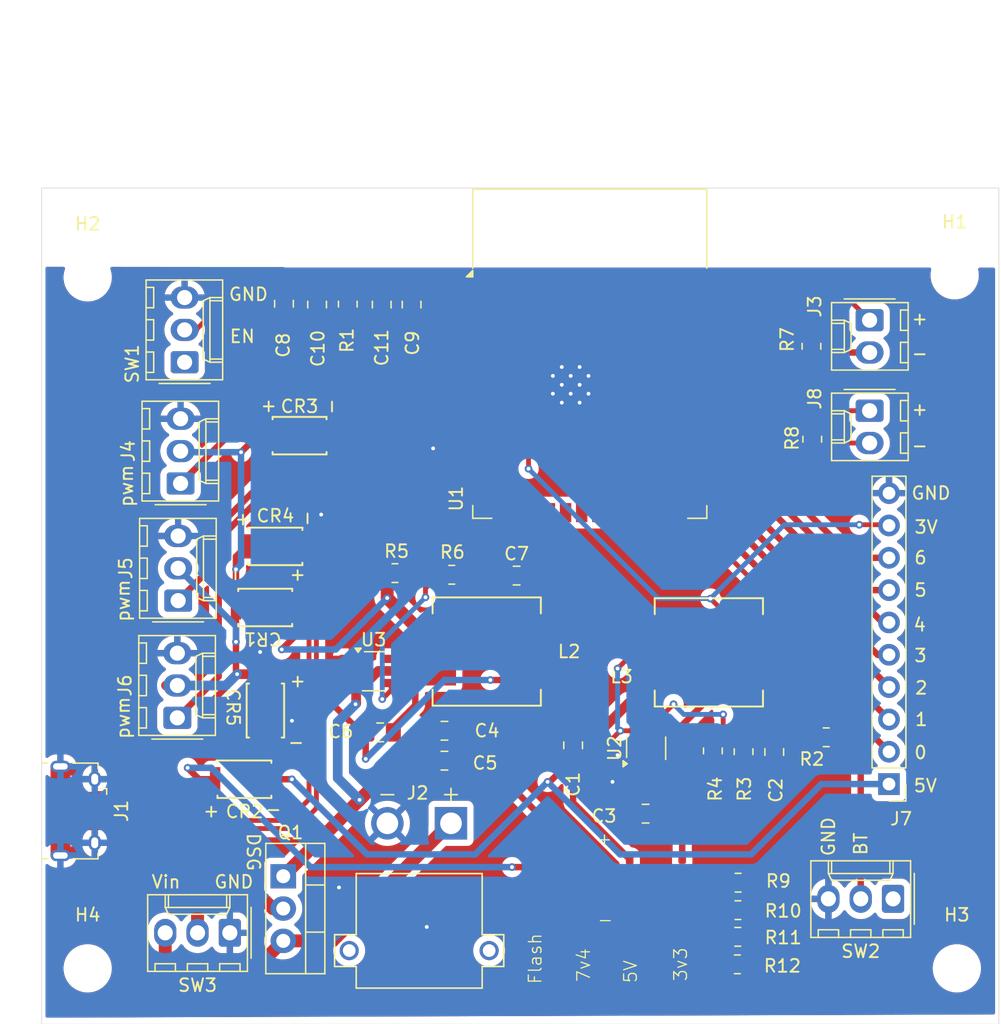
<source format=kicad_pcb>
(kicad_pcb (version 20240108) (generator "pcbnew") (generator_version "8.0")
  (layers (0 "F.Cu" signal) (31 "B.Cu" signal) (34 "B.Paste" user) (35 "F.Paste" user) (36 "B.SilkS" user "B.Silkscreen") (37 "F.SilkS" user "F.Silkscreen") (38 "B.Mask" user) (39 "F.Mask" user) (44 "Edge.Cuts" user))
  (net 0 "")
  (net 1 "+3.3V")
  (net 2 "Net-(3v3LED1-K)")
  (net 3 "+5V")
  (net 4 "Net-(5VLED1-K)")
  (net 5 "+7.5V")
  (net 6 "Net-(7V4LED1-K)")
  (net 7 "GND")
  (net 8 "Net-(U2-SW)")
  (net 9 "Net-(U2-VBST)")
  (net 10 "Net-(U3-VBST)")
  (net 11 "Net-(U3-SW)")
  (net 12 "/5VBuckOut")
  (net 13 "/EN")
  (net 14 "/USB_VDD")
  (net 15 "Net-(FlashLED1-K)")
  (net 16 "/D+")
  (net 17 "/D-")
  (net 18 "/Vin")
  (net 19 "/LED1")
  (net 20 "Net-(J3-Pin_2)")
  (net 21 "/pwm1")
  (net 22 "/pwm2")
  (net 23 "/pwm3")
  (net 24 "/IO0")
  (net 25 "/IO3")
  (net 26 "/IO2")
  (net 27 "/IO6")
  (net 28 "/IO4")
  (net 29 "/IO5")
  (net 30 "/IO1")
  (net 31 "/LED2")
  (net 32 "Net-(J8-Pin_2)")
  (net 33 "Net-(Q1-G)")
  (net 34 "Net-(SW2-B)")
  (net 35 "/Boot")
  (net 36 "Net-(U2-VFB)")
  (net 37 "Net-(U3-VFB)")
  (footprint "Resistor_SMD:R_0805_2012Metric_Pad1.20x1.40mm_HandSolder" (layer "F.Cu") (at 122.4915 32.2625 -90)
    (property "Reference" "R1")
    (property "Value" "10k")
  )
  (footprint "Resistor_SMD:R_0805_2012Metric_Pad1.20x1.40mm_HandSolder" (layer "F.Cu") (at 159.004 42.8785 -90)
    (property "Reference" "R8")
    (property "Value" "100")
  )
  (footprint "LED_SMD:Gullwing_LED" (layer "F.Cu") (at 140.97 77.594 90)
    (property "Reference" "7v4")
    (property "Value" "LED")
  )
  (footprint "Resistor_SMD:R_0805_2012Metric_Pad1.20x1.40mm_HandSolder" (layer "F.Cu") (at 153.162 79.883)
    (property "Reference" "R10")
    (property "Value" "140")
  )
  (footprint "Resistor_SMD:R_0805_2012Metric_Pad1.20x1.40mm_HandSolder" (layer "F.Cu") (at 158.9405 35.576 -90)
    (property "Reference" "R7")
    (property "Value" "100")
  )
  (footprint "Connector_Molex:Molex_KK-254_AE-6410-03A_1x03_P2.54mm_Vertical" (layer "F.Cu") (at 109.6645 36.83 90)
    (property "Reference" "SW1")
    (property "Value" "Enable Switch" (hide yes))
  )
  (footprint "Resistor_SMD:R_0805_2012Metric_Pad1.20x1.40mm_HandSolder" (layer "F.Cu") (at 126.2 53.4)
    (property "Reference" "R5")
    (property "Value" "60k")
  )
  (footprint "MountingHole:MountingHole_3.2mm_M3" (layer "F.Cu") (at 170.2 30)
    (property "Reference" "H1")
    (property "Value" "MountingHole" (hide yes))
  )
  (footprint "Capacitor_SMD:C_0805_2012Metric_Pad1.18x1.45mm_HandSolder" (layer "F.Cu") (at 125.1585 32.3 90)
    (property "Reference" "C11")
    (property "Value" "10uF")
  )
  (footprint "Connector_Molex:Molex_KK-254_AE-6410-02A_1x02_P2.54mm_Vertical" (layer "F.Cu") (at 163.5125 40.64 -90)
    (property "Reference" "J8")
    (property "Value" "LEDIO2" (hide yes))
  )
  (footprint "Capacitor_SMD:C_0805_2012Metric_Pad1.18x1.45mm_HandSolder" (layer "F.Cu") (at 130.09 68.1355)
    (property "Reference" "C5")
    (property "Value" "10uF")
  )
  (footprint "Personal:IND_IHLP-3232DZ_VIS" (layer "F.Cu") (at 133.4135 59.563)
    (property "Reference" "L2")
    (property "Value" "IHLP3232DZER3R3M01")
  )
  (footprint "Package_TO_SOT_SMD:TSOT-23-6_HandSoldering" (layer "F.Cu") (at 145.920501 67.160999 90)
    (property "Reference" "U2")
    (property "Value" "TPS562201DDCR")
  )
  (footprint "Capacitor_SMD:C_0805_2012Metric_Pad1.18x1.45mm_HandSolder" (layer "F.Cu") (at 120.0785 32.3 90)
    (property "Reference" "C10")
    (property "Value" "1uF")
  )
  (footprint "Connector_Molex:Molex_KK-254_AE-6410-03A_1x03_P2.54mm_Vertical" (layer "F.Cu") (at 109.093 64.77 90)
    (property "Reference" "J6")
    (property "Value" "Servo3")
  )
  (footprint "LED_SMD:Gullwing_LED" (layer "F.Cu") (at 148.7805 77.6 90)
    (property "Reference" "3v3")
    (property "Value" "LED")
  )
  (footprint "MountingHole:MountingHole_3.2mm_M3" (layer "F.Cu") (at 102.0445 30.1625)
    (property "Reference" "H2")
    (property "Value" "MountingHole" (hide yes))
  )
  (footprint "Connector_Molex:Molex_KK-254_AE-6410-03A_1x03_P2.54mm_Vertical" (layer "F.Cu") (at 109.347 46.355 90)
    (property "Reference" "J4")
    (property "Value" "Servo1")
  )
  (footprint "Capacitor_SMD:C_0805_2012Metric_Pad1.18x1.45mm_HandSolder" (layer "F.Cu") (at 130.09 65.786)
    (property "Reference" "C4")
    (property "Value" "100nF")
  )
  (footprint "Resistor_SMD:R_0805_2012Metric_Pad1.20x1.40mm_HandSolder" (layer "F.Cu") (at 153.146 81.9785)
    (property "Reference" "R11")
    (property "Value" "260")
  )
  (footprint "Connector_Molex:Molex_KK-254_AE-6410-03A_1x03_P2.54mm_Vertical" (layer "F.Cu") (at 113.2205 81.661 180)
    (property "Reference" "SW3")
    (property "Value" "On/Off")
  )
  (footprint "Personal:SDO_CFP5_SOD128_NEX" (layer "F.Cu") (at 116.8 51.3)
    (property "Reference" "CR4")
    (property "Value" "Flyback2")
  )
  (footprint "Connector_Molex:Molex_KK-254_AE-6410-02A_1x02_P2.54mm_Vertical" (layer "F.Cu") (at 163.5125 33.528 -90)
    (property "Reference" "J3")
    (property "Value" "LEDIO1")
  )
  (footprint "Capacitor_SMD:C_0805_2012Metric_Pad1.18x1.45mm_HandSolder" (layer "F.Cu") (at 145.9 72.3 180)
    (property "Reference" "C3")
    (property "Value" "100nF")
  )
  (footprint "Resistor_SMD:R_0805_2012Metric_Pad1.20x1.40mm_HandSolder" (layer "F.Cu") (at 151.191001 67.367499 -90)
    (property "Reference" "R4")
    (property "Value" "10k")
  )
  (footprint "Connector_PinHeader_2.54mm:PinHeader_1x10_P2.54mm_Vertical" (layer "F.Cu") (at 165.0365 69.977 180)
    (property "Reference" "J7")
    (property "Value" "Extra GPIO")
  )
  (footprint "Package_TO_SOT_SMD:TSOT-23-6_HandSoldering" (layer "F.Cu") (at 124.5235 61.087)
    (property "Reference" "U3")
    (property "Value" "TPS565201DDCR")
  )
  (footprint "Personal:SDO_CFP5_SOD128_NEX" (layer "F.Cu") (at 114.3635 69.596 180)
    (property "Reference" "CR2")
    (property "Value" "PMEG3050EP_115")
  )
  (footprint "LED_SMD:Gullwing_LED" (layer "F.Cu") (at 144.653 77.6575 90)
    (property "Reference" "5V")
    (property "Value" "LED")
  )
  (footprint "Capacitor_SMD:C_0805_2012Metric_Pad1.18x1.45mm_HandSolder" (layer "F.Cu") (at 156.017001 67.456999 -90)
    (property "Reference" "C2")
    (property "Value" "22uF")
  )
  (footprint "Capacitor_SMD:C_0805_2012Metric_Pad1.18x1.45mm_HandSolder" (layer "F.Cu") (at 140.205501 66.928499 90)
    (property "Reference" "C1")
    (property "Value" "10uF")
  )
  (footprint "MountingHole:MountingHole_3.2mm_M3" (layer "F.Cu") (at 170.3705 84.455)
    (property "Reference" "H3")
    (property "Value" "MountingHole" (hide yes))
  )
  (footprint "Personal:IND_IHLP-3232DZ_VIS" (layer "F.Cu") (at 150.876 59.6265 180)
    (property "Reference" "L3")
    (property "Value" "IHLP3232DZER3R3M01")
  )
  (footprint "Connector_Molex:Molex_KK-254_AE-6410-03A_1x03_P2.54mm_Vertical" (layer "F.Cu") (at 109.1565 55.5625 90)
    (property "Reference" "J5")
    (property "Value" "Servo2")
  )
  (footprint "Personal:SDO_CFP5_SOD128_NEX" (layer "F.Cu") (at 118.7 42.6)
    (property "Reference" "CR3")
    (property "Value" "Flyback1")
  )
  (footprint "Package_TO_SOT_THT:TO-220-3_Vertical" (layer "F.Cu") (at 117.419 77.216 -90)
    (property "Reference" "Q1")
    (property "Value" "PMOS")
  )
  (footprint "Resistor_SMD:R_0805_2012Metric_Pad1.20x1.40mm_HandSolder" (layer "F.Cu") (at 130.667 53.5305)
    (property "Reference" "R6")
    (property "Value" "10k")
  )
  (footprint "Resistor_SMD:R_0805_2012Metric_Pad1.20x1.40mm_HandSolder" (layer "F.Cu") (at 153.1145 84.1375)
    (property "Reference" "R12")
    (property "Value" "100")
  )
  (footprint "Capacitor_SMD:C_0805_2012Metric_Pad1.18x1.45mm_HandSolder" (layer "F.Cu") (at 117.475 32.2365 90)
    (property "Reference" "C8")
    (property "Value" "100nF")
  )
  (footprint "Personal:AMASS_XT30PW-M" (layer "F.Cu") (at 128.104 83.058 180)
    (property "Reference" "J2")
    (property "Value" "XT30PW-M")
  )
  (footprint "Personal:SDO_CFP5_SOD128_NEX" (layer "F.Cu") (at 116 56.1)
    (property "Reference" "CR1")
    (property "Value" "PMEG3050EP_115")
  )
  (footprint "MountingHole:MountingHole_3.2mm_M3" (layer "F.Cu") (at 102.0445 84.455)
    (property "Reference" "H4")
    (property "Value" "MountingHole" (hide yes))
  )
  (footprint "Connector_Molex:Molex_KK-254_AE-6410-03A_1x03_P2.54mm_Vertical" (layer "F.Cu") (at 165.354 78.994 180)
    (property "Reference" "SW2")
    (property "Value" "Boot Switch" (hide yes))
  )
  (footprint "Connector_USB:USB_Micro-B_Amphenol_10118194-0001LF_Horizontal" (layer "F.Cu") (at 101.2 72.0885 -90)
    (property "Reference" "J1")
    (property "Value" "MicroUSB")
  )
  (footprint "Resistor_SMD:R_0805_2012Metric_Pad1.20x1.40mm_HandSolder" (layer "F.Cu") (at 153.178 77.724)
    (property "Reference" "R9")
    (property "Value" "60")
  )
  (footprint "Capacitor_SMD:C_0805_2012Metric_Pad1.18x1.45mm_HandSolder" (layer "F.Cu") (at 125.0375 65.913)
    (property "Reference" "C6")
    (property "Value" "100nF")
  )
  (footprint "Capacitor_SMD:C_0805_2012Metric_Pad1.18x1.45mm_HandSolder" (layer "F.Cu") (at 127.508 32.3 90)
    (property "Reference" "C9")
    (property "Value" "100nF")
  )
  (footprint "Personal:SDO_CFP5_SOD128_NEX" (layer "F.Cu") (at 116.0145 64.1985 -90)
    (property "Reference" "CR5")
    (property "Value" "Flyback3")
  )
  (footprint "Resistor_SMD:R_0805_2012Metric_Pad1.20x1.40mm_HandSolder" (layer "F.Cu") (at 160.1 66.3 180)
    (property "Reference" "R2")
    (property "Value" "100k")
  )
  (footprint "RF_Module:ESP32-S3-WROOM-1" (layer "F.Cu") (at 141.5145 36.145)
    (property "Reference" "U1")
    (property "Value" "ESP32-S3-WROOM-1")
  )
  (footprint "Resistor_SMD:R_0805_2012Metric_Pad1.20x1.40mm_HandSolder" (layer "F.Cu") (at 153.604001 67.430999 -90)
    (property "Reference" "R3")
    (property "Value" "33k")
  )
  (footprint "LED_SMD:Gullwing_LED" (layer "F.Cu") (at 137.16 77.5305 90)
    (property "Reference" "Flash")
    (property "Value" "LED")
  )
  (footprint "Capacitor_SMD:C_0805_2012Metric_Pad1.18x1.45mm_HandSolder" (layer "F.Cu") (at 135.7625 53.594)
    (property "Reference" "C7")
    (property "Value" "22uF")
  )
  (gr_rect (start 98.425 23.143) (end 173.6725 88.8365) (stroke (width 0.05)) (fill none) (layer "Edge.Cuts"))
  (gr_text "+" (at 141.986 74.8665 0) (layer "F.SilkS") (effects (font (size 1 1) (thickness 0.1)) (justify left bottom)))
  (gr_text "-" (at 142.0495 81.2165 0) (layer "F.SilkS") (effects (font (size 1 1) (thickness 0.1)) (justify left bottom)))
  (segment (start 136.7 34.9595) (end 136.7 45.2) (width 0.381) (layer "F.Cu") (net 1))
  (segment (start 132.7645 32.155) (end 133.8955 32.155) (width 0.381) (layer "F.Cu") (net 1))
  (segment (start 127.508 33.3375) (end 128.6905 32.155) (width 0.381) (layer "F.Cu") (net 1))
  (segment (start 156.005501 66.430999) (end 156.017001 66.419499) (width 0.762) (layer "F.Cu") (net 1))
  (segment (start 128.6905 32.155) (end 132.7645 32.155) (width 0.381) (layer "F.Cu") (net 1))
  (segment (start 156.017001 66.419499) (end 154.4955 64.897998) (width 0.762) (layer "F.Cu") (net 1))
  (segment (start 154.4955 59.6265) (end 148.7805 65.3415) (width 0.508) (layer "F.Cu") (net 1))
  (segment (start 151 55.4) (end 154.4955 58.8955) (width 0.381) (layer "F.Cu") (net 1))
  (segment (start 164.9795 49.6) (end 165.0365 49.657) (width 0.381) (layer "F.Cu") (net 1))
  (segment (start 154.4955 64.897998) (end 154.4955 59.6265) (width 0.762) (layer "F.Cu") (net 1))
  (segment (start 148.7805 65.3415) (end 148.7805 75.825) (width 0.508) (layer "F.Cu") (net 1))
  (segment (start 153.604001 66.430999) (end 156.005501 66.430999) (width 1.016) (layer "F.Cu") (net 1))
  (segment (start 124.5665 33.3375) (end 122.4915 31.2625) (width 0.381) (layer "F.Cu") (net 1))
  (segment (start 127.508 33.3375) (end 125.1585 33.3375) (width 0.381) (layer "F.Cu") (net 1))
  (segment (start 154.4955 58.8955) (end 154.4955 59.6265) (width 0.381) (layer "F.Cu") (net 1))
  (segment (start 133.8955 32.155) (end 136.7 34.9595) (width 0.381) (layer "F.Cu") (net 1))
  (segment (start 162.7 49.6) (end 164.9795 49.6) (width 0.381) (layer "F.Cu") (net 1))
  (segment (start 125.1585 33.3375) (end 124.5665 33.3375) (width 0.381) (layer "F.Cu") (net 1))
  (via (at 136.7 45.2) (size 0.6) (drill 0.3) (layers "F.Cu" "B.Cu") (net 1))
  (via (at 151 55.4) (size 0.6) (drill 0.3) (layers "F.Cu" "B.Cu") (net 1))
  (via (at 162.7 49.6) (size 0.6) (drill 0.3) (layers "F.Cu" "B.Cu") (net 1))
  (segment (start 146.9 55.4) (end 151 55.4) (width 0.381) (layer "B.Cu") (net 1))
  (segment (start 151 55.4) (end 156.8 49.6) (width 0.381) (layer "B.Cu") (net 1))
  (segment (start 156.8 49.6) (end 162.7 49.6) (width 0.381) (layer "B.Cu") (net 1))
  (segment (start 136.7 45.2) (end 146.9 55.4) (width 0.381) (layer "B.Cu") (net 1))
  (segment (start 150.527 79.375) (end 152.178 77.724) (width 0.381) (layer "F.Cu") (net 2))
  (segment (start 148.7805 79.375) (end 150.527 79.375) (width 0.381) (layer "F.Cu") (net 2))
  (segment (start 145.920501 66.828001) (end 146.870499 67.777999) (width 0.508) (layer "F.Cu") (net 3))
  (segment (start 113.7013 52.1) (end 113.7013 53.1) (width 0.508) (layer "F.Cu") (net 3))
  (segment (start 146.870499 67.777999) (end 146.870499 68.536) (width 0.508) (layer "F.Cu") (net 3))
  (segment (start 140.205501 71.435001) (end 144.653 75.8825) (width 0.508) (layer "F.Cu") (net 3))
  (segment (start 145.920501 64.120501) (end 145.920501 65.786) (width 0.762) (layer "F.Cu") (net 3))
  (segment (start 116.6622 68.39859) (end 115.95461 67.691) (width 0.508) (layer "F.Cu") (net 3))
  (segment (start 116.6622 69.596) (end 118.096 69.596) (width 0.508) (layer "F.Cu") (net 3))
  (segment (start 115.4557 61.341) (end 116.0145 61.8998) (width 0.762) (layer "F.Cu") (net 3))
  (segment (start 118.096 69.596) (end 118.1 69.6) (width 0.508) (layer "F.Cu") (net 3))
  (segment (start 112.8395 63.87739) (end 114.81709 61.8998) (width 0.508) (layer "F.Cu") (net 3))
  (segment (start 140.205501 67.965999) (end 140.205501 71.435001) (width 0.508) (layer "F.Cu") (net 3))
  (segment (start 109.093 62.23) (end 108.204 62.23) (width 0.762) (layer "F.Cu") (net 3))
  (segment (start 113.7013 56.1) (end 113.7013 61.2503) (width 0.508) (layer "F.Cu") (net 3))
  (segment (start 144.5715 63.6) (end 145.4 63.6) (width 0.762) (layer "F.Cu") (net 3))
  (segment (start 140.205501 67.965999) (end 144.5715 63.6) (width 0.762) (layer "F.Cu") (net 3))
  (segment (start 113.7013 53.1) (end 113.7013 56.1) (width 0.508) (layer "F.Cu") (net 3))
  (segment (start 115.4 42.6) (end 114.1 43.9) (width 0.508) (layer "F.Cu") (net 3))
  (segment (start 116.4013 42.6) (end 115.4 42.6) (width 0.508) (layer "F.Cu") (net 3))
  (segment (start 113.7013 61.2503) (end 113.792 61.341) (width 0.508) (layer "F.Cu") (net 3))
  (segment (start 114.5013 51.3) (end 113.7013 52.1) (width 0.508) (layer "F.Cu") (net 3))
  (segment (start 138.3715 69.8) (end 140.205501 67.965999) (width 0.508) (layer "F.Cu") (net 3))
  (segment (start 116.6622 69.596) (end 116.6622 68.39859) (width 0.508) (layer "F.Cu") (net 3))
  (segment (start 114.81709 61.8998) (end 116.0145 61.8998) (width 0.508) (layer "F.Cu") (net 3))
  (segment (start 145.920501 65.786) (end 145.920501 66.828001) (width 0.508) (layer "F.Cu") (net 3))
  (segment (start 113.792 61.341) (end 115.4557 61.341) (width 0.762) (layer "F.Cu") (net 3))
  (segment (start 145.4 63.6) (end 145.920501 64.120501) (width 0.762) (layer "F.Cu") (net 3))
  (segment (start 138.2 69.8) (end 138.3715 69.8) (width 0.508) (layer "F.Cu") (net 3))
  (segment (start 115.95461 67.691) (end 112.8395 67.691) (width 0.508) (layer "F.Cu") (net 3))
  (segment (start 112.8395 67.691) (end 112.8395 63.87739) (width 0.508) (layer "F.Cu") (net 3))
  (via (at 113.7013 58.8) (size 0.6) (drill 0.3) (layers "F.Cu" "B.Cu") (net 3))
  (via (at 114.1 43.9) (size 0.6) (drill 0.3) (layers "F.Cu" "B.Cu") (net 3))
  (via (at 118.1 69.6) (size 0.6) (drill 0.3) (layers "F.Cu" "B.Cu") (net 3))
  (via (at 113.7013 53.1) (size 0.6) (drill 0.3) (layers "F.Cu" "B.Cu") (net 3))
  (via (at 138.2 69.8) (size 0.6) (drill 0.3) (layers "F.Cu" "B.Cu") (net 3))
  (via (at 113.792 61.341) (size 0.6) (drill 0.3) (layers "F.Cu" "B.Cu") (net 3))
  (segment (start 112.903 62.23) (end 113.792 61.341) (width 0.762) (layer "B.Cu") (net 3))
  (segment (start 109.093 62.23) (end 112.903 62.23) (width 0.762) (layer "B.Cu") (net 3))
  (segment (start 132.5 75.5) (end 138.2 69.8) (width 0.508) (layer "B.Cu") (net 3))
  (segment (start 118.1 69.6) (end 124 75.5) (width 0.508) (layer "B.Cu") (net 3))
  (segment (start 114.1 43.9) (end 114.1 52.7013) (width 0.508) (layer "B.Cu") (net 3))
  (segment (start 113.7013 57.5673) (end 109.1565 53.0225) (width 0.508) (layer "B.Cu") (net 3))
  (segment (start 114.1 52.7013) (end 113.7013 53.1) (width 0.508) (layer "B.Cu") (net 3))
  (segment (start 143.9 75.5) (end 154.2 75.5) (width 0.508) (layer "B.Cu") (net 3))
  (segment (start 109.432 43.9) (end 109.347 43.815) (width 0.508) (layer "B.Cu") (net 3))
  (segment (start 114.1 43.9) (end 109.432 43.9) (width 0.508) (layer "B.Cu") (net 3))
  (segment (start 159.723 69.977) (end 165.0365 69.977) (width 0.508) (layer "B.Cu") (net 3))
  (segment (start 138.2 69.8) (end 143.9 75.5) (width 0.508) (layer "B.Cu") (net 3))
  (segment (start 113.7013 58.8) (end 113.7013 57.5673) (width 0.508) (layer "B.Cu") (net 3))
  (segment (start 154.2 75.5) (end 159.723 69.977) (width 0.508) (layer "B.Cu") (net 3))
  (segment (start 124 75.5) (end 132.5 75.5) (width 0.508) (layer "B.Cu") (net 3))
  (segment (start 144.653 79.4325) (end 146.1085 80.888) (width 0.381) (layer "F.Cu") (net 4))
  (segment (start 149.976 80.888) (end 149.987 80.899) (width 0.381) (layer "F.Cu") (net 4))
  (segment (start 151.003 79.883) (end 152.162 79.883) (width 0.381) (layer "F.Cu") (net 4))
  (segment (start 149.987 80.899) (end 151.003 79.883) (width 0.381) (layer "F.Cu") (net 4))
  (segment (start 146.1085 80.888) (end 149.976 80.888) (width 0.381) (layer "F.Cu") (net 4))
  (segment (start 129.0525 68.1355) (end 129.0525 65.786) (width 0.762) (layer "F.Cu") (net 5))
  (segment (start 123.4175 71.2175) (end 126.4995 68.1355) (width 1.016) (layer "F.Cu") (net 5))
  (segment (start 130.3655 70.1675) (end 129.0525 68.8545) (width 0.508) (layer "F.Cu") (net 5))
  (segment (start 126.4995 68.1355) (end 129.0525 68.1355) (width 1.016) (layer "F.Cu") (net 5))
  (segment (start 135.3185 70.1675) (end 130.3655 70.1675) (width 0.508) (layer "F.Cu") (net 5))
  (segment (start 124.886498 61.087) (end 125.898499 61.087) (width 0.762) (layer "F.Cu") (net 5))
  (segment (start 129.0525 68.8545) (end 129.0525 68.1355) (width 0.762) (layer "F.Cu") (net 5))
  (segment (start 123.148499 62.036998) (end 123.9365 62.036998) (width 0.762) (layer "F.Cu") (net 5))
  (segment (start 123.148499 63.651501) (end 123.1 63.7) (width 0.762) (layer "F.Cu") (net 5))
  (segment (start 123.148499 62.036998) (end 123.148499 63.651501) (width 0.762) (layer "F.Cu") (net 5))
  (segment (start 140.97 75.819) (end 135.3185 70.1675) (width 0.508) (layer "F.Cu") (net 5))
  (segment (start 117.419 77.216) (end 123.4175 71.2175) (width 1.016) (layer "F.Cu") (net 5))
  (segment (start 123.9365 62.036998) (end 124.886498 61.087) (width 0.762) (layer "F.Cu") (net 5))
  (via (at 123.1 63.7) (size 0.6) (drill 0.3) (layers "F.Cu" "B.Cu") (net 5))
  (via (at 123.4175 71.2175) (size 0.6) (drill 0.3) (layers "F.Cu" "B.Cu") (net 5))
  (segment (start 121.7 65.1) (end 121.7 69.5) (width 0.762) (layer "B.Cu") (net 5))
  (segment (start 121.7 69.5) (end 123.4175 71.2175) (width 0.762) (layer "B.Cu") (net 5))
  (segment (start 123.1 63.7) (end 121.7 65.1) (width 0.762) (layer "B.Cu") (net 5))
  (segment (start 143.637 81.9785) (end 152.146 81.9785) (width 0.381) (layer "F.Cu") (net 6))
  (segment (start 140.97 79.369) (end 140.97 79.3115) (width 0.381) (layer "F.Cu") (net 6))
  (segment (start 140.97 79.3115) (end 143.637 81.9785) (width 0.381) (layer "F.Cu") (net 6))
  (via (at 128.7 81.2) (size 0.6) (drill 0.3) (layers "F.Cu" "B.Cu") (net 7))
  (via (at 129.2 43.6) (size 0.6) (drill 0.3) (layers "F.Cu" "B.Cu") (net 7))
  (via (at 121.8 78.1) (size 0.6) (drill 0.3) (layers "F.Cu" "B.Cu") (net 7))
  (via (at 143.3 69.8) (size 0.6) (drill 0.3) (layers "F.Cu" "B.Cu") (net 7))
  (via (at 120.4 48.8) (size 0.6) (drill 0.3) (layers "F.Cu" "B.Cu") (net 7))
  (via (at 118.1 65) (size 0.6) (drill 0.3) (layers "F.Cu" "B.Cu") (net 7))
  (via (at 115.6 59.6) (size 0.6) (drill 0.3) (layers "F.Cu" "B.Cu") (net 7))
  (via (at 143.7 67.7) (size 0.6) (drill 0.3) (layers "F.Cu" "B.Cu") (net 7))
  (segment (start 145.920501 71.283001) (end 146.9375 72.3) (width 0.381) (layer "F.Cu") (net 8))
  (segment (start 145.920501 68.536) (end 145.920501 71.283001) (width 0.381) (layer "F.Cu") (net 8))
  (segment (start 141.8 70.2) (end 143.9 72.3) (width 0.381) (layer "F.Cu") (net 9))
  (segment (start 141.8 67.9) (end 141.8 70.2) (width 0.381) (layer "F.Cu") (net 9))
  (segment (start 147.2565 59.6265) (end 144.9735 59.6265) (width 0.381) (layer "F.Cu") (net 9))
  (segment (start 144.9735 59.6265) (end 143.7 60.9) (width 0.381) (layer "F.Cu") (net 9))
  (segment (start 143.914 65.786) (end 141.8 67.9) (width 0.381) (layer "F.Cu") (net 9))
  (segment (start 144.9705 65.786) (end 143.914 65.786) (width 0.381) (layer "F.Cu") (net 9))
  (segment (start 143.9 72.3) (end 144.8625 72.3) (width 0.381) (layer "F.Cu") (net 9))
  (via (at 143.914 65.786) (size 0.6) (drill 0.3) (layers "F.Cu" "B.Cu") (net 9))
  (via (at 143.7 60.9) (size 0.6) (drill 0.3) (layers "F.Cu" "B.Cu") (net 9))
  (segment (start 143.7 60.9) (end 143.7 65.572) (width 0.381) (layer "B.Cu") (net 9))
  (segment (start 143.7 65.572) (end 143.914 65.786) (width 0.381) (layer "B.Cu") (net 9))
  (segment (start 127.159866 60.137) (end 127.8 60.777134) (width 0.508) (layer "F.Cu") (net 10))
  (segment (start 127.8 60.777134) (end 127.8 63.779) (width 0.508) (layer "F.Cu") (net 10))
  (segment (start 126.075 65.504) (end 126.075 65.913) (width 0.508) (layer "F.Cu") (net 10))
  (segment (start 127.8 63.779) (end 126.075 65.504) (width 0.508) (layer "F.Cu") (net 10))
  (segment (start 125.898499 60.136999) (end 126.906499 60.136999) (width 0.508) (layer "F.Cu") (net 10))
  (segment (start 126.2335 60.137) (end 127.159866 60.137) (width 0.508) (layer "F.Cu") (net 10))
  (segment (start 121.3595 63.7595) (end 123.9 66.3) (width 0.508) (layer "F.Cu") (net 11))
  (segment (start 123.148499 61.087) (end 122.555 61.087) (width 0.508) (layer "F.Cu") (net 11))
  (segment (start 133.7 61.8) (end 134.796 61.8) (width 0.508) (layer "F.Cu") (net 11))
  (segment (start 134.796 61.8) (end 137.033 59.563) (width 0.508) (layer "F.Cu") (net 11))
  (segment (start 123.9 66.3) (end 123.9 68) (width 0.508) (layer "F.Cu") (net 11))
  (segment (start 121.3595 61.614634) (end 121.3595 63.7595) (width 0.508) (layer "F.Cu") (net 11))
  (segment (start 121.990134 60.984) (end 121.3595 61.614634) (width 0.508) (layer "F.Cu") (net 11))
  (segment (start 122.016 60.984) (end 121.990134 60.984) (width 0.508) (layer "F.Cu") (net 11))
  (via (at 123.9 68) (size 0.6) (drill 0.3) (layers "F.Cu" "B.Cu") (net 11))
  (via (at 133.7 61.8) (size 0.6) (drill 0.3) (layers "F.Cu" "B.Cu") (net 11))
  (segment (start 130.1 61.8) (end 133.7 61.8) (width 0.508) (layer "B.Cu") (net 11))
  (segment (start 123.9 68) (end 130.1 61.8) (width 0.508) (layer "B.Cu") (net 11))
  (segment (start 118.2987 58.4013) (end 117.3 59.4) (width 0.508) (layer "F.Cu") (net 12))
  (segment (start 134.725 53.594) (end 134.725 54.632) (width 1.016) (layer "F.Cu") (net 12))
  (segment (start 125.587 53.787) (end 125.587 55.356) (width 1.016) (layer "F.Cu") (net 12))
  (segment (start 118.2987 56.1) (end 118.2987 58.4013) (width 0.508) (layer "F.Cu") (net 12))
  (segment (start 125.2 53.4) (end 125.587 53.787) (width 1.016) (layer "F.Cu") (net 12))
  (segment (start 125.587 55.356) (end 129.794 59.563) (width 1.016) (layer "F.Cu") (net 12))
  (segment (start 134.725 54.632) (end 129.794 59.563) (width 1.016) (layer "F.Cu") (net 12))
  (via (at 125.587 55.356) (size 0.6) (drill 0.3) (layers "F.Cu" "B.Cu") (net 12))
  (via (at 117.3 59.4) (size 0.6) (drill 0.3) (layers "F.Cu" "B.Cu") (net 12))
  (segment (start 121.543 59.4) (end 125.587 55.356) (width 0.508) (layer "B.Cu") (net 12))
  (segment (start 117.3 59.4) (end 121.543 59.4) (width 0.508) (layer "B.Cu") (net 12))
  (segment (start 122.4165 33.3375) (end 122.4915 33.2625) (width 0.508) (layer "F.Cu") (net 13))
  (segment (start 110.5535 34.29) (end 111.5695 33.274) (width 0.381) (layer "F.Cu") (net 13))
  (segment (start 120.0785 33.3375) (end 122.4165 33.3375) (width 0.381) (layer "F.Cu") (net 13))
  (segment (start 130.5535 34.798) (end 131.9265 33.425) (width 0.381) (layer "F.Cu") (net 13))
  (segment (start 109.6645 34.29) (end 110.5535 34.29) (width 0.508) (layer "F.Cu") (net 13))
  (segment (start 122.4915 33.2625) (end 124.027 34.798) (width 0.381) (layer "F.Cu") (net 13))
  (segment (start 111.5695 33.274) (end 117.475 33.274) (width 0.381) (layer "F.Cu") (net 13))
  (segment (start 131.9265 33.425) (end 132.7645 33.425) (width 0.508) (layer "F.Cu") (net 13))
  (segment (start 117.475 33.274) (end 120.015 33.274) (width 0.381) (layer "F.Cu") (net 13))
  (segment (start 124.027 34.798) (end 130.5535 34.798) (width 0.381) (layer "F.Cu") (net 13))
  (segment (start 120.015 33.274) (end 120.0785 33.3375) (width 0.508) (layer "F.Cu") (net 13))
  (segment (start 110.796 69.596) (end 109.9 68.7) (width 0.508) (layer "F.Cu") (net 14))
  (segment (start 112.0648 69.596) (end 110.796 69.596) (width 0.508) (layer "F.Cu") (net 14))
  (segment (start 110.8763 70.7845) (end 102.7125 70.7845) (width 0.508) (layer "F.Cu") (net 14))
  (segment (start 136.4155 76.5) (end 137.16 75.7555) (width 0.508) (layer "F.Cu") (net 14))
  (segment (start 135.4 76.5) (end 136.4155 76.5) (width 0.508) (layer "F.Cu") (net 14))
  (segment (start 112.0648 69.596) (end 110.8763 70.7845) (width 0.508) (layer "F.Cu") (net 14))
  (via (at 109.9 68.7) (size 0.6) (drill 0.3) (layers "F.Cu" "B.Cu") (net 14))
  (via (at 135.4 76.5) (size 0.6) (drill 0.3) (layers "F.Cu" "B.Cu") (net 14))
  (segment (start 119.5635 76.5) (end 125.9 76.5) (width 0.508) (layer "B.Cu") (net 14))
  (segment (start 125.9 76.5) (end 135.4 76.5) (width 0.508) (layer "B.Cu") (net 14))
  (segment (start 111.7635 68.7) (end 119.5635 76.5) (width 0.508) (layer "B.Cu") (net 14))
  (segment (start 109.9 68.7) (end 111.7635 68.7) (width 0.508) (layer "B.Cu") (net 14))
  (segment (start 137.16 79.3055) (end 141.819 83.9645) (width 0.381) (layer "F.Cu") (net 15))
  (segment (start 141.819 83.9645) (end 152.1145 83.9645) (width 0.381) (layer "F.Cu") (net 15))
  (segment (start 127.8015 47.395) (end 132.7645 47.395) (width 0.381) (layer "F.Cu") (net 16))
  (segment (start 118.4275 73.4695) (end 120.0245 71.8725) (width 0.381) (layer "F.Cu") (net 16))
  (segment (start 120.0245 71.8725) (end 120.0245 55.172) (width 0.381) (layer "F.Cu") (net 16))
  (segment (start 102.7125 72.0885) (end 103.433944 72.0885) (width 0.381) (layer "F.Cu") (net 16))
  (segment (start 104.814944 73.4695) (end 118.4275 73.4695) (width 0.381) (layer "F.Cu") (net 16))
  (segment (start 120.0245 55.172) (end 127.8015 47.395) (width 0.381) (layer "F.Cu") (net 16))
  (segment (start 103.433944 72.0885) (end 104.814944 73.4695) (width 0.381) (layer "F.Cu") (net 16))
  (segment (start 103.605602 71.4385) (end 105.001602 72.8345) (width 0.381) (layer "F.Cu") (net 17))
  (segment (start 128.249842 46.125) (end 132.7645 46.125) (width 0.381) (layer "F.Cu") (net 17))
  (segment (start 105.001602 72.8345) (end 117.7861 72.8345) (width 0.381) (layer "F.Cu") (net 17))
  (segment (start 119.4435 71.1771) (end 119.4435 54.931342) (width 0.381) (layer "F.Cu") (net 17))
  (segment (start 119.4435 54.931342) (end 128.249842 46.125) (width 0.381) (layer "F.Cu") (net 17))
  (segment (start 102.7125 71.4385) (end 103.605602 71.4385) (width 0.381) (layer "F.Cu") (net 17))
  (segment (start 117.7861 72.8345) (end 119.4435 71.1771) (width 0.381) (layer "F.Cu") (net 17))
  (segment (start 121.298419 82.296) (end 117.419 82.296) (width 1.016) (layer "F.Cu") (net 18))
  (segment (start 114.1805 85.5345) (end 109.9185 85.5345) (width 1.016) (layer "F.Cu") (net 18))
  (segment (start 109.9185 85.5345) (end 108.1405 83.7565) (width 1.016) (layer "F.Cu") (net 18))
  (segment (start 130.604 73.058) (end 130.536419 73.058) (width 1.016) (layer "F.Cu") (net 18))
  (segment (start 108.1405 83.7565) (end 108.1405 81.661) (width 1.016) (layer "F.Cu") (net 18))
  (segment (start 117.419 82.296) (end 114.1805 85.5345) (width 1.016) (layer "F.Cu") (net 18))
  (segment (start 130.536419 73.058) (end 121.298419 82.296) (width 1.016) (layer "F.Cu") (net 18))
  (segment (start 150.2645 32.155) (end 162.1395 32.155) (width 0.381) (layer "F.Cu") (net 19))
  (segment (start 162.1395 32.155) (end 163.5125 33.528) (width 0.381) (layer "F.Cu") (net 19))
  (segment (start 163.5125 36.068) (end 160.4325 36.068) (width 0.508) (layer "F.Cu") (net 20))
  (segment (start 160.4325 36.068) (end 158.9405 34.576) (width 0.508) (layer "F.Cu") (net 20))
  (segment (start 113.538 42.164) (end 109.347 46.355) (width 0.508) (layer "F.Cu") (net 21))
  (segment (start 132.7645 34.695) (end 131.9265 34.695) (width 0.508) (layer "F.Cu") (net 21))
  (segment (start 109.347 46.355) (end 110.049342 46.355) (width 0.381) (layer "F.Cu") (net 21))
  (segment (start 128.3945 38.227) (end 116.7765 38.227) (width 0.508) (layer "F.Cu") (net 21))
  (segment (start 131.9265 34.695) (end 128.3945 38.227) (width 0.508) (layer "F.Cu") (net 21))
  (segment (start 113.538 41.4655) (end 113.538 42.164) (width 0.508) (layer "F.Cu") (net 21))
  (segment (start 116.7765 38.227) (end 113.538 41.4655) (width 0.508) (layer "F.Cu") (net 21))
  (segment (start 132.7645 35.965) (end 132.5005 35.965) (width 0.508) (layer "F.Cu") (net 22))
  (segment (start 132.7645 35.965) (end 132.183 35.965) (width 0.508) (layer "F.Cu") (net 22))
  (segment (start 132.5005 35.965) (end 132.3975 36.068) (width 0.508) (layer "F.Cu") (net 22))
  (segment (start 116.4584 45.6) (end 111.633 50.4254) (width 0.508) (layer "F.Cu") (net 22))
  (segment (start 111.633 50.4254) (end 111.633 53.086) (width 0.508) (layer "F.Cu") (net 22))
  (segment (start 111.633 53.086) (end 109.1565 55.5625) (width 0.508) (layer "F.Cu") (net 22))
  (segment (start 122.548 45.6) (end 116.4584 45.6) (width 0.508) (layer "F.Cu") (net 22))
  (segment (start 132.183 35.965) (end 122.548 45.6) (width 0.508) (layer "F.Cu") (net 22))
  (segment (start 112.341 61.522) (end 109.093 64.77) (width 0.508) (layer "F.Cu") (net 23))
  (segment (start 132.0535 37.235) (end 122.9805 46.308) (width 0.508) (layer "F.Cu") (net 23))
  (segment (start 122.9805 46.308) (end 116.792 46.308) (width 0.508) (layer "F.Cu") (net 23))
  (segment (start 112.341 50.759) (end 112.341 61.522) (width 0.508) (layer "F.Cu") (net 23))
  (segment (start 132.7645 37.235) (end 132.0535 37.235) (width 0.381) (layer "F.Cu") (net 23))
  (segment (start 116.792 46.308) (end 112.341 50.759) (width 0.508) (layer "F.Cu") (net 23))
  (segment (start 150.2645 44.855) (end 151.1025 44.855) (width 0.508) (layer "F.Cu") (net 24))
  (segment (start 159.4485 57.7215) (end 159.4485 61.849) (width 0.508) (layer "F.Cu") (net 24))
  (segment (start 151.8285 45.581) (end 151.8285 50.1015) (width 0.508) (layer "F.Cu") (net 24))
  (segment (start 151.8285 50.1015) (end 159.4485 57.7215) (width 0.508) (layer "F.Cu") (net 24))
  (segment (start 151.1025 44.855) (end 151.8285 45.581) (width 0.508) (layer "F.Cu") (net 24))
  (segment (start 159.4485 61.849) (end 165.0365 67.437) (width 0.508) (layer "F.Cu") (net 24))
  (segment (start 151.5225 41.045) (end 154.686 44.2085) (width 0.508) (layer "F.Cu") (net 25))
  (segment (start 150.2645 41.045) (end 151.5225 41.045) (width 0.508) (layer "F.Cu") (net 25))
  (segment (start 154.686 48.9585) (end 162.306 56.5785) (width 0.508) (layer "F.Cu") (net 25))
  (segment (start 162.306 56.5785) (end 162.306 57.9755) (width 0.508) (layer "F.Cu") (net 25))
  (segment (start 164.1475 59.817) (end 165.0365 59.817) (width 0.508) (layer "F.Cu") (net 25))
  (segment (start 154.686 44.2085) (end 154.686 48.9585) (width 0.508) (layer "F.Cu") (net 25))
  (segment (start 162.306 57.9755) (end 164.1475 59.817) (width 0.508) (layer "F.Cu") (net 25))
  (segment (start 153.797 49.4665) (end 161.29 56.9595) (width 0.508) (layer "F.Cu") (net 26))
  (segment (start 161.29 58.6105) (end 165.0365 62.357) (width 0.508) (layer "F.Cu") (net 26))
  (segment (start 161.29 56.9595) (end 161.29 58.6105) (width 0.508) (layer "F.Cu") (net 26))
  (segment (start 153.797 44.5895) (end 153.797 49.4665) (width 0.508) (layer "F.Cu") (net 26))
  (segment (start 150.2645 42.315) (end 151.5225 42.315) (width 0.508) (layer "F.Cu") (net 26))
  (segment (start 151.5225 42.315) (end 153.797 44.5895) (width 0.508) (layer "F.Cu") (net 26))
  (segment (start 165.0365 51.943) (end 165.0365 52.197) (width 0.381) (layer "F.Cu") (net 27))
  (segment (start 150.2645 37.235) (end 151.5225 37.235) (width 0.508) (layer "F.Cu") (net 27))
  (segment (start 151.5225 37.235) (end 157.48 43.1925) (width 0.508) (layer "F.Cu") (net 27))
  (segment (start 157.48 47.498) (end 162.179 52.197) (width 0.508) (layer "F.Cu") (net 27))
  (segment (start 157.48 43.1925) (end 157.48 47.498) (width 0.508) (layer "F.Cu") (net 27))
  (segment (start 162.179 52.197) (end 165.0365 52.197) (width 0.508) (layer "F.Cu") (net 27))
  (segment (start 150.2645 39.775) (end 151.5225 39.775) (width 0.508) (layer "F.Cu") (net 28))
  (segment (start 155.575 43.8275) (end 155.575 48.3235) (width 0.508) (layer "F.Cu") (net 28))
  (segment (start 155.575 48.3235) (end 164.5285 57.277) (width 0.508) (layer "F.Cu") (net 28))
  (segment (start 164.5285 57.277) (end 165.0365 57.277) (width 0.508) (layer "F.Cu") (net 28))
  (segment (start 151.5225 39.775) (end 155.575 43.8275) (width 0.508) (layer "F.Cu") (net 28))
  (segment (start 156.591 48.0695) (end 163.2585 54.737) (width 0.508) (layer "F.Cu") (net 29))
  (segment (start 150.2645 38.505) (end 151.5225 38.505) (width 0.508) (layer "F.Cu") (net 29))
  (segment (start 163.2585 54.737) (end 165.0365 54.737) (width 0.508) (layer "F.Cu") (net 29))
  (segment (start 151.5225 38.505) (end 156.591 43.5735) (width 0.508) (layer "F.Cu") (net 29))
  (segment (start 156.591 43.5735) (end 156.591 48.0695) (width 0.508) (layer "F.Cu") (net 29))
  (segment (start 152.8445 44.907) (end 152.8445 49.7205) (width 0.508) (layer "F.Cu") (net 30))
  (segment (start 160.401 57.277) (end 160.401 60.2615) (width 0.508) (layer "F.Cu") (net 30))
  (segment (start 160.401 60.2615) (end 165.0365 64.897) (width 0.508) (layer "F.Cu") (net 30))
  (segment (start 150.2645 43.585) (end 151.5225 43.585) (width 0.508) (layer "F.Cu") (net 30))
  (segment (start 151.5225 43.585) (end 152.8445 44.907) (width 0.508) (layer "F.Cu") (net 30))
  (segment (start 152.8445 49.7205) (end 160.401 57.277) (width 0.508) (layer "F.Cu") (net 30))
  (segment (start 152.678 33.425) (end 159.893 40.64) (width 0.381) (layer "F.Cu") (net 31))
  (segment (start 150.2645 33.425) (end 152.678 33.425) (width 0.381) (layer "F.Cu") (net 31))
  (segment (start 159.893 40.64) (end 163.5125 40.64) (width 0.381) (layer "F.Cu") (net 31))
  (segment (start 159.893 43.054768) (end 159.893 42.7675) (width 0.381) (layer "F.Cu") (net 32))
  (segment (start 163.5125 43.18) (end 160.018232 43.18) (width 0.381) (layer "F.Cu") (net 32))
  (segment (start 159.893 42.7675) (end 159.004 41.8785) (width 0.381) (layer "F.Cu") (net 32))
  (segment (start 160.018232 43.18) (end 159.893 43.054768) (width 0.381) (layer "F.Cu") (net 32))
  (segment (start 110.6805 81.661) (end 110.6805 80) (width 1.016) (layer "F.Cu") (net 33))
  (segment (start 111.8135 78.867) (end 115.711 78.867) (width 1.016) (layer "F.Cu") (net 33))
  (segment (start 116.6 79.756) (end 117.419 79.756) (width 1.016) (layer "F.Cu") (net 33))
  (segment (start 110.6805 80) (end 111.8135 78.867) (width 1.016) (layer "F.Cu") (net 33))
  (segment (start 115.711 78.867) (end 116.6 79.756) (width 1.016) (layer "F.Cu") (net 33))
  (segment (start 162.814 68.914) (end 162.814 78.994) (width 0.508) (layer "F.Cu") (net 34))
  (segment (start 161.1 66.3) (end 161.1 67.2) (width 0.508) (layer "F.Cu") (net 34))
  (segment (start 161.1 67.2) (end 162.814 68.914) (width 0.508) (layer "F.Cu") (net 34))
  (segment (start 158.804 58.474) (end 158.804 62.115961) (width 0.381) (layer "F.Cu") (net 35))
  (segment (start 158.804 62.115961) (end 159.1 62.411961) (width 0.381) (layer "F.Cu") (net 35))
  (segment (start 150.2645 47.395) (end 150.2645 49.9345) (width 0.381) (layer "F.Cu") (net 35))
  (segment (start 150.2645 49.9345) (end 158.804 58.474) (width 0.381) (layer "F.Cu") (net 35))
  (segment (start 159.1 62.411961) (end 159.1 66.3) (width 0.381) (layer "F.Cu") (net 35))
  (segment (start 146.870499 65.786) (end 146.870499 64.929501) (width 0.381) (layer "F.Cu") (net 36))
  (segment (start 151.540501 66.367499) (end 153.604001 68.430999) (width 0.381) (layer "F.Cu") (net 36))
  (segment (start 151.191001 66.367499) (end 151.540501 66.367499) (width 0.381) (layer "F.Cu") (net 36))
  (segment (start 152 64.5) (end 152 65.5585) (width 0.381) (layer "F.Cu") (net 36))
  (segment (start 146.870499 64.929501) (end 148.1 63.7) (width 0.381) (layer "F.Cu") (net 36))
  (segment (start 152 65.5585) (end 151.191001 66.367499) (width 0.381) (layer "F.Cu") (net 36))
  (via (at 148.1 63.7) (size 0.6) (drill 0.3) (layers "F.Cu" "B.Cu") (net 36))
  (via (at 152 64.5) (size 0.6) (drill 0.3) (layers "F.Cu" "B.Cu") (net 36))
  (segment (start 148.9 64.5) (end 152 64.5) (width 0.381) (layer "B.Cu") (net 36))
  (segment (start 148.1 63.7) (end 148.9 64.5) (width 0.381) (layer "B.Cu") (net 36))
  (segment (start 128.6 54.5975) (end 129.667 53.5305) (width 0.381) (layer "F.Cu") (net 37))
  (segment (start 125.898499 62.601501) (end 125.2 63.3) (width 0.381) (layer "F.Cu") (net 37))
  (segment (start 125.898499 62.036998) (end 125.898499 62.601501) (width 0.381) (layer "F.Cu") (net 37))
  (segment (start 127.587 53.5305) (end 129.667 53.5305) (width 1.016) (layer "F.Cu") (net 37))
  (segment (start 128.6 55.3) (end 128.6 54.5975) (width 0.381) (layer "F.Cu") (net 37))
  (via (at 128.6 55.3) (size 0.6) (drill 0.3) (layers "F.Cu" "B.Cu") (net 37))
  (via (at 125.2 63.3) (size 0.6) (drill 0.3) (layers "F.Cu" "B.Cu") (net 37))
  (segment (start 125.2 58.7) (end 128.6 55.3) (width 0.381) (layer "B.Cu") (net 37))
  (segment (start 125.2 63.3) (end 125.2 58.7) (width 0.381) (layer "B.Cu") (net 37))
  (zone (net 7) (net_name "GND") (layers "F&B.Cu") (connect_pads (clearance 0.5)) (min_thickness 0.25) (fill yes (thermal_gap 0.5) (thermal_bridge_width 0.5))
    (polygon (pts (xy 173.736 29.4005) (xy 98.552 29.337) (xy 98.171 88.3285) (xy 173.5455 88.0745)))
  )
)
</source>
